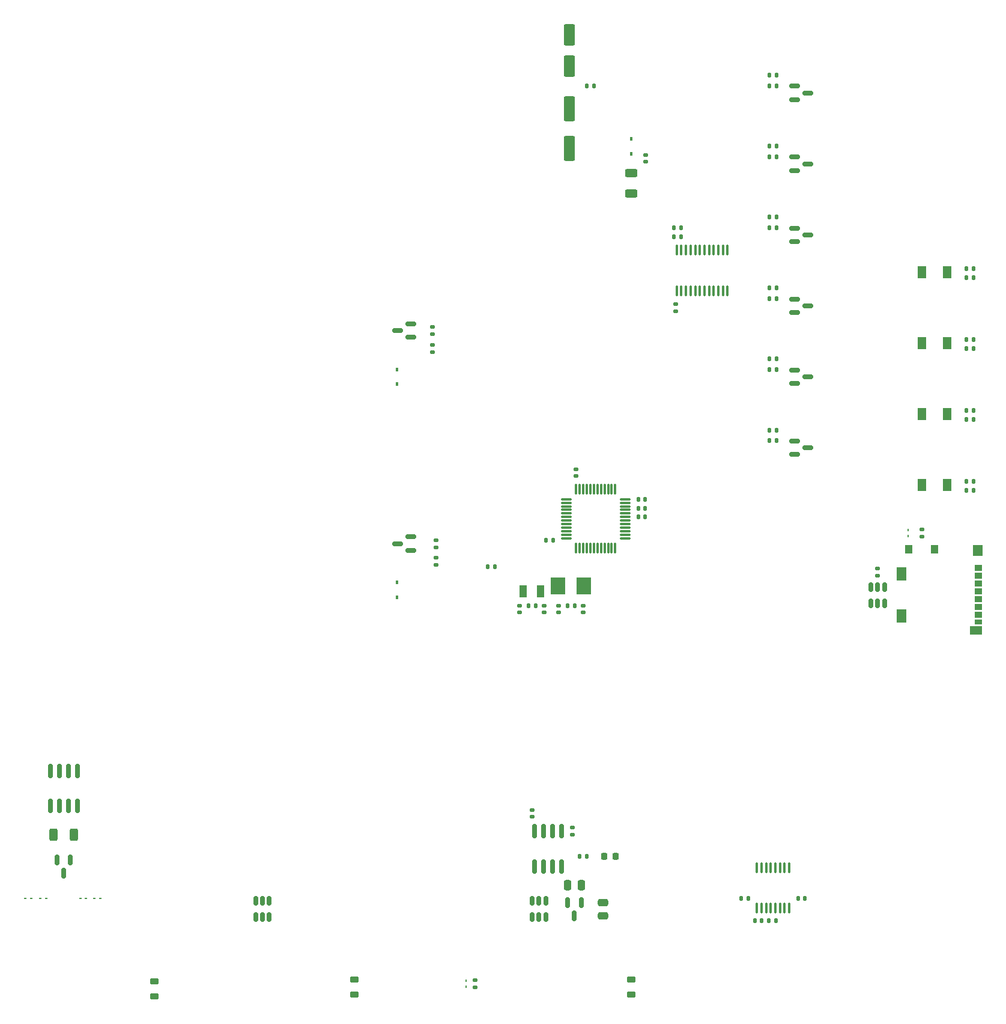
<source format=gbr>
%TF.GenerationSoftware,KiCad,Pcbnew,6.0.5+dfsg-1~bpo11+1*%
%TF.CreationDate,2023-01-20T09:08:56+00:00*%
%TF.ProjectId,nascontrol,6e617363-6f6e-4747-926f-6c2e6b696361,0.1*%
%TF.SameCoordinates,Original*%
%TF.FileFunction,Paste,Top*%
%TF.FilePolarity,Positive*%
%FSLAX46Y46*%
G04 Gerber Fmt 4.6, Leading zero omitted, Abs format (unit mm)*
G04 Created by KiCad (PCBNEW 6.0.5+dfsg-1~bpo11+1) date 2023-01-20 09:08:56*
%MOMM*%
%LPD*%
G01*
G04 APERTURE LIST*
G04 Aperture macros list*
%AMRoundRect*
0 Rectangle with rounded corners*
0 $1 Rounding radius*
0 $2 $3 $4 $5 $6 $7 $8 $9 X,Y pos of 4 corners*
0 Add a 4 corners polygon primitive as box body*
4,1,4,$2,$3,$4,$5,$6,$7,$8,$9,$2,$3,0*
0 Add four circle primitives for the rounded corners*
1,1,$1+$1,$2,$3*
1,1,$1+$1,$4,$5*
1,1,$1+$1,$6,$7*
1,1,$1+$1,$8,$9*
0 Add four rect primitives between the rounded corners*
20,1,$1+$1,$2,$3,$4,$5,0*
20,1,$1+$1,$4,$5,$6,$7,0*
20,1,$1+$1,$6,$7,$8,$9,0*
20,1,$1+$1,$8,$9,$2,$3,0*%
G04 Aperture macros list end*
%ADD10RoundRect,0.135000X0.135000X0.185000X-0.135000X0.185000X-0.135000X-0.185000X0.135000X-0.185000X0*%
%ADD11RoundRect,0.150000X-0.587500X-0.150000X0.587500X-0.150000X0.587500X0.150000X-0.587500X0.150000X0*%
%ADD12RoundRect,0.135000X-0.185000X0.135000X-0.185000X-0.135000X0.185000X-0.135000X0.185000X0.135000X0*%
%ADD13R,1.300000X1.700000*%
%ADD14R,0.450000X0.600000*%
%ADD15R,0.250000X0.360000*%
%ADD16RoundRect,0.140000X0.170000X-0.140000X0.170000X0.140000X-0.170000X0.140000X-0.170000X-0.140000X0*%
%ADD17RoundRect,0.250000X0.550000X-1.250000X0.550000X1.250000X-0.550000X1.250000X-0.550000X-1.250000X0*%
%ADD18RoundRect,0.140000X0.140000X0.170000X-0.140000X0.170000X-0.140000X-0.170000X0.140000X-0.170000X0*%
%ADD19RoundRect,0.135000X-0.135000X-0.185000X0.135000X-0.185000X0.135000X0.185000X-0.135000X0.185000X0*%
%ADD20RoundRect,0.140000X-0.140000X-0.170000X0.140000X-0.170000X0.140000X0.170000X-0.140000X0.170000X0*%
%ADD21RoundRect,0.250000X0.475000X-0.250000X0.475000X0.250000X-0.475000X0.250000X-0.475000X-0.250000X0*%
%ADD22R,2.000000X2.400000*%
%ADD23RoundRect,0.150000X0.150000X-0.825000X0.150000X0.825000X-0.150000X0.825000X-0.150000X-0.825000X0*%
%ADD24RoundRect,0.150000X-0.150000X0.825000X-0.150000X-0.825000X0.150000X-0.825000X0.150000X0.825000X0*%
%ADD25R,1.100000X0.850000*%
%ADD26R,1.100000X0.750000*%
%ADD27R,1.000000X1.200000*%
%ADD28R,1.350000X1.900000*%
%ADD29R,1.350000X1.550000*%
%ADD30R,1.800000X1.170000*%
%ADD31RoundRect,0.100000X0.100000X-0.637500X0.100000X0.637500X-0.100000X0.637500X-0.100000X-0.637500X0*%
%ADD32RoundRect,0.135000X0.185000X-0.135000X0.185000X0.135000X-0.185000X0.135000X-0.185000X-0.135000X0*%
%ADD33RoundRect,0.150000X-0.150000X0.512500X-0.150000X-0.512500X0.150000X-0.512500X0.150000X0.512500X0*%
%ADD34RoundRect,0.150000X0.587500X0.150000X-0.587500X0.150000X-0.587500X-0.150000X0.587500X-0.150000X0*%
%ADD35RoundRect,0.150000X0.150000X-0.512500X0.150000X0.512500X-0.150000X0.512500X-0.150000X-0.512500X0*%
%ADD36RoundRect,0.150000X-0.150000X0.587500X-0.150000X-0.587500X0.150000X-0.587500X0.150000X0.587500X0*%
%ADD37RoundRect,0.250000X-0.312500X-0.625000X0.312500X-0.625000X0.312500X0.625000X-0.312500X0.625000X0*%
%ADD38RoundRect,0.140000X-0.170000X0.140000X-0.170000X-0.140000X0.170000X-0.140000X0.170000X0.140000X0*%
%ADD39RoundRect,0.218750X0.381250X-0.218750X0.381250X0.218750X-0.381250X0.218750X-0.381250X-0.218750X0*%
%ADD40RoundRect,0.075000X0.075000X-0.662500X0.075000X0.662500X-0.075000X0.662500X-0.075000X-0.662500X0*%
%ADD41RoundRect,0.075000X0.662500X-0.075000X0.662500X0.075000X-0.662500X0.075000X-0.662500X-0.075000X0*%
%ADD42R,1.000000X1.800000*%
%ADD43RoundRect,0.250000X-0.625000X0.312500X-0.625000X-0.312500X0.625000X-0.312500X0.625000X0.312500X0*%
%ADD44RoundRect,0.218750X0.218750X0.256250X-0.218750X0.256250X-0.218750X-0.256250X0.218750X-0.256250X0*%
%ADD45R,0.360000X0.250000*%
%ADD46RoundRect,0.250000X-0.550000X1.500000X-0.550000X-1.500000X0.550000X-1.500000X0.550000X1.500000X0*%
%ADD47RoundRect,0.250000X-0.250000X-0.475000X0.250000X-0.475000X0.250000X0.475000X-0.250000X0.475000X0*%
G04 APERTURE END LIST*
D10*
%TO.C,R303*%
X140510000Y-89000000D03*
X139490000Y-89000000D03*
%TD*%
D11*
%TO.C,Q301*%
X143062500Y-109050000D03*
X143062500Y-110950000D03*
X144937500Y-110000000D03*
%TD*%
D12*
%TO.C,R503*%
X92500000Y-125490000D03*
X92500000Y-126510000D03*
%TD*%
D13*
%TO.C,D301*%
X164500000Y-115250000D03*
X161000000Y-115250000D03*
%TD*%
D10*
%TO.C,R301*%
X140510000Y-109000000D03*
X139490000Y-109000000D03*
%TD*%
D11*
%TO.C,Q305*%
X143062500Y-69050000D03*
X143062500Y-70950000D03*
X144937500Y-70000000D03*
%TD*%
D13*
%TO.C,D302*%
X164500000Y-105250000D03*
X161000000Y-105250000D03*
%TD*%
D14*
%TO.C,D201*%
X120000000Y-68550000D03*
X120000000Y-66450000D03*
%TD*%
D15*
%TO.C,D206*%
X159050000Y-121580000D03*
X159050000Y-122420000D03*
%TD*%
D16*
%TO.C,C212*%
X113250000Y-133230000D03*
X113250000Y-132270000D03*
%TD*%
D10*
%TO.C,R312*%
X168260000Y-84750000D03*
X167240000Y-84750000D03*
%TD*%
D17*
%TO.C,C501*%
X111250000Y-56240000D03*
X111250000Y-51840000D03*
%TD*%
D15*
%TO.C,D207*%
X96750000Y-185920000D03*
X96750000Y-185080000D03*
%TD*%
D11*
%TO.C,Q304*%
X143062500Y-79050000D03*
X143062500Y-80950000D03*
X144937500Y-80000000D03*
%TD*%
D18*
%TO.C,C408*%
X144480000Y-173500000D03*
X143520000Y-173500000D03*
%TD*%
D11*
%TO.C,Q302*%
X143062500Y-99050000D03*
X143062500Y-100950000D03*
X144937500Y-100000000D03*
%TD*%
D19*
%TO.C,R314*%
X167230000Y-106000000D03*
X168250000Y-106000000D03*
%TD*%
D20*
%TO.C,C209*%
X121000000Y-119750000D03*
X121960000Y-119750000D03*
%TD*%
%TO.C,C503*%
X113770000Y-59040000D03*
X114730000Y-59040000D03*
%TD*%
D10*
%TO.C,R320*%
X140510000Y-69000000D03*
X139490000Y-69000000D03*
%TD*%
D19*
%TO.C,R315*%
X167240000Y-96000000D03*
X168260000Y-96000000D03*
%TD*%
D16*
%TO.C,C213*%
X104250000Y-133230000D03*
X104250000Y-132270000D03*
%TD*%
D11*
%TO.C,Q306*%
X143062500Y-59050000D03*
X143062500Y-60950000D03*
X144937500Y-60000000D03*
%TD*%
D21*
%TO.C,C401*%
X116000000Y-175950000D03*
X116000000Y-174050000D03*
%TD*%
D10*
%TO.C,R202*%
X100760000Y-126750000D03*
X99740000Y-126750000D03*
%TD*%
D22*
%TO.C,Y201*%
X113350000Y-129500000D03*
X109650000Y-129500000D03*
%TD*%
D19*
%TO.C,R401*%
X112690000Y-167600000D03*
X113710000Y-167600000D03*
%TD*%
D20*
%TO.C,C207*%
X121020000Y-118500000D03*
X121980000Y-118500000D03*
%TD*%
D10*
%TO.C,R310*%
X168260000Y-104750000D03*
X167240000Y-104750000D03*
%TD*%
D23*
%TO.C,U403*%
X106345000Y-168975000D03*
X107615000Y-168975000D03*
X108885000Y-168975000D03*
X110155000Y-168975000D03*
X110155000Y-164025000D03*
X108885000Y-164025000D03*
X107615000Y-164025000D03*
X106345000Y-164025000D03*
%TD*%
D13*
%TO.C,D304*%
X164500000Y-85250000D03*
X161000000Y-85250000D03*
%TD*%
D10*
%TO.C,R323*%
X140510000Y-57500000D03*
X139490000Y-57500000D03*
%TD*%
D24*
%TO.C,U402*%
X41905000Y-155525000D03*
X40635000Y-155525000D03*
X39365000Y-155525000D03*
X38095000Y-155525000D03*
X38095000Y-160475000D03*
X39365000Y-160475000D03*
X40635000Y-160475000D03*
X41905000Y-160475000D03*
%TD*%
D10*
%TO.C,R306*%
X140510000Y-97500000D03*
X139490000Y-97500000D03*
%TD*%
%TO.C,R309*%
X168260000Y-114750000D03*
X167240000Y-114750000D03*
%TD*%
D25*
%TO.C,J201*%
X168950000Y-126895000D03*
X168950000Y-127995000D03*
X168950000Y-129095000D03*
X168950000Y-130195000D03*
X168950000Y-131295000D03*
X168950000Y-132395000D03*
X168950000Y-133495000D03*
D26*
X168950000Y-134545000D03*
D27*
X162800000Y-124260000D03*
X159100000Y-124260000D03*
D28*
X158125000Y-133730000D03*
X158125000Y-127760000D03*
D29*
X168825000Y-124435000D03*
D30*
X168600000Y-135755000D03*
%TD*%
D31*
%TO.C,U405*%
X137725000Y-174862500D03*
X138375000Y-174862500D03*
X139025000Y-174862500D03*
X139675000Y-174862500D03*
X140325000Y-174862500D03*
X140975000Y-174862500D03*
X141625000Y-174862500D03*
X142275000Y-174862500D03*
X142275000Y-169137500D03*
X141625000Y-169137500D03*
X140975000Y-169137500D03*
X140325000Y-169137500D03*
X139675000Y-169137500D03*
X139025000Y-169137500D03*
X138375000Y-169137500D03*
X137725000Y-169137500D03*
%TD*%
D32*
%TO.C,R317*%
X126250000Y-90760000D03*
X126250000Y-89740000D03*
%TD*%
D10*
%TO.C,R302*%
X140510000Y-99000000D03*
X139490000Y-99000000D03*
%TD*%
D33*
%TO.C,U101*%
X68950000Y-173862500D03*
X68000000Y-173862500D03*
X67050000Y-173862500D03*
X67050000Y-176137500D03*
X68000000Y-176137500D03*
X68950000Y-176137500D03*
%TD*%
D20*
%TO.C,C406*%
X137420000Y-176600000D03*
X138380000Y-176600000D03*
%TD*%
D16*
%TO.C,C403*%
X111750000Y-164480000D03*
X111750000Y-163520000D03*
%TD*%
%TO.C,C404*%
X106000000Y-161980000D03*
X106000000Y-161020000D03*
%TD*%
D18*
%TO.C,C208*%
X108980000Y-123000000D03*
X108020000Y-123000000D03*
%TD*%
D34*
%TO.C,Q502*%
X88937500Y-124450000D03*
X88937500Y-122550000D03*
X87062500Y-123500000D03*
%TD*%
D35*
%TO.C,U202*%
X153800000Y-131887500D03*
X154750000Y-131887500D03*
X155700000Y-131887500D03*
X155700000Y-129612500D03*
X154750000Y-129612500D03*
X153800000Y-129612500D03*
%TD*%
D36*
%TO.C,U401*%
X112950000Y-174062500D03*
X111050000Y-174062500D03*
X112000000Y-175937500D03*
%TD*%
D37*
%TO.C,R402*%
X38537500Y-164500000D03*
X41462500Y-164500000D03*
%TD*%
D10*
%TO.C,R308*%
X140510000Y-77500000D03*
X139490000Y-77500000D03*
%TD*%
D12*
%TO.C,R501*%
X92000000Y-95490000D03*
X92000000Y-96510000D03*
%TD*%
D10*
%TO.C,R322*%
X140510000Y-67500000D03*
X139490000Y-67500000D03*
%TD*%
D13*
%TO.C,D303*%
X164500000Y-95250000D03*
X161000000Y-95250000D03*
%TD*%
D10*
%TO.C,R321*%
X140510000Y-59000000D03*
X139490000Y-59000000D03*
%TD*%
D31*
%TO.C,U301*%
X126425000Y-87862500D03*
X127075000Y-87862500D03*
X127725000Y-87862500D03*
X128375000Y-87862500D03*
X129025000Y-87862500D03*
X129675000Y-87862500D03*
X130325000Y-87862500D03*
X130975000Y-87862500D03*
X131625000Y-87862500D03*
X132275000Y-87862500D03*
X132925000Y-87862500D03*
X133575000Y-87862500D03*
X133575000Y-82137500D03*
X132925000Y-82137500D03*
X132275000Y-82137500D03*
X131625000Y-82137500D03*
X130975000Y-82137500D03*
X130325000Y-82137500D03*
X129675000Y-82137500D03*
X129025000Y-82137500D03*
X128375000Y-82137500D03*
X127725000Y-82137500D03*
X127075000Y-82137500D03*
X126425000Y-82137500D03*
%TD*%
D38*
%TO.C,C201*%
X122000000Y-68770000D03*
X122000000Y-69730000D03*
%TD*%
D16*
%TO.C,C214*%
X107750000Y-133230000D03*
X107750000Y-132270000D03*
%TD*%
D19*
%TO.C,R318*%
X125990000Y-80250000D03*
X127010000Y-80250000D03*
%TD*%
D34*
%TO.C,Q501*%
X88937500Y-94450000D03*
X88937500Y-92550000D03*
X87062500Y-93500000D03*
%TD*%
D39*
%TO.C,FB102*%
X52750000Y-187312500D03*
X52750000Y-185187500D03*
%TD*%
D40*
%TO.C,U201*%
X112250000Y-124162500D03*
X112750000Y-124162500D03*
X113250000Y-124162500D03*
X113750000Y-124162500D03*
X114250000Y-124162500D03*
X114750000Y-124162500D03*
X115250000Y-124162500D03*
X115750000Y-124162500D03*
X116250000Y-124162500D03*
X116750000Y-124162500D03*
X117250000Y-124162500D03*
X117750000Y-124162500D03*
D41*
X119162500Y-122750000D03*
X119162500Y-122250000D03*
X119162500Y-121750000D03*
X119162500Y-121250000D03*
X119162500Y-120750000D03*
X119162500Y-120250000D03*
X119162500Y-119750000D03*
X119162500Y-119250000D03*
X119162500Y-118750000D03*
X119162500Y-118250000D03*
X119162500Y-117750000D03*
X119162500Y-117250000D03*
D40*
X117750000Y-115837500D03*
X117250000Y-115837500D03*
X116750000Y-115837500D03*
X116250000Y-115837500D03*
X115750000Y-115837500D03*
X115250000Y-115837500D03*
X114750000Y-115837500D03*
X114250000Y-115837500D03*
X113750000Y-115837500D03*
X113250000Y-115837500D03*
X112750000Y-115837500D03*
X112250000Y-115837500D03*
D41*
X110837500Y-117250000D03*
X110837500Y-117750000D03*
X110837500Y-118250000D03*
X110837500Y-118750000D03*
X110837500Y-119250000D03*
X110837500Y-119750000D03*
X110837500Y-120250000D03*
X110837500Y-120750000D03*
X110837500Y-121250000D03*
X110837500Y-121750000D03*
X110837500Y-122250000D03*
X110837500Y-122750000D03*
%TD*%
D36*
%TO.C,D402*%
X40950000Y-168062500D03*
X39050000Y-168062500D03*
X40000000Y-169937500D03*
%TD*%
D19*
%TO.C,R313*%
X167240000Y-116000000D03*
X168260000Y-116000000D03*
%TD*%
D10*
%TO.C,R305*%
X140510000Y-107500000D03*
X139490000Y-107500000D03*
%TD*%
D20*
%TO.C,C405*%
X139420000Y-176600000D03*
X140380000Y-176600000D03*
%TD*%
D19*
%TO.C,R319*%
X125990000Y-79000000D03*
X127010000Y-79000000D03*
%TD*%
D10*
%TO.C,R307*%
X140510000Y-87500000D03*
X139490000Y-87500000D03*
%TD*%
D39*
%TO.C,FB101*%
X81000000Y-187062500D03*
X81000000Y-184937500D03*
%TD*%
D16*
%TO.C,C211*%
X109750000Y-133230000D03*
X109750000Y-132270000D03*
%TD*%
D32*
%TO.C,R205*%
X154750000Y-128010000D03*
X154750000Y-126990000D03*
%TD*%
D42*
%TO.C,Y202*%
X107250000Y-130250000D03*
X104750000Y-130250000D03*
%TD*%
D11*
%TO.C,Q303*%
X143062500Y-89050000D03*
X143062500Y-90950000D03*
X144937500Y-90000000D03*
%TD*%
D19*
%TO.C,R316*%
X167240000Y-86000000D03*
X168260000Y-86000000D03*
%TD*%
D16*
%TO.C,C205*%
X112250000Y-113980000D03*
X112250000Y-113020000D03*
%TD*%
D10*
%TO.C,R311*%
X168260000Y-94750000D03*
X167240000Y-94750000D03*
%TD*%
D39*
%TO.C,FB401*%
X120000000Y-187062500D03*
X120000000Y-184937500D03*
%TD*%
D43*
%TO.C,R201*%
X120000000Y-71287500D03*
X120000000Y-74212500D03*
%TD*%
D33*
%TO.C,U404*%
X107950000Y-173862500D03*
X107000000Y-173862500D03*
X106050000Y-173862500D03*
X106050000Y-176137500D03*
X107000000Y-176137500D03*
X107950000Y-176137500D03*
%TD*%
D44*
%TO.C,D401*%
X117787500Y-167600000D03*
X116212500Y-167600000D03*
%TD*%
D20*
%TO.C,C206*%
X121020000Y-117250000D03*
X121980000Y-117250000D03*
%TD*%
D32*
%TO.C,R504*%
X92500000Y-124010000D03*
X92500000Y-122990000D03*
%TD*%
%TO.C,R502*%
X92000000Y-94010000D03*
X92000000Y-92990000D03*
%TD*%
D16*
%TO.C,C210*%
X161000000Y-122480000D03*
X161000000Y-121520000D03*
%TD*%
D45*
%TO.C,D203*%
X42330000Y-173500000D03*
X43170000Y-173500000D03*
%TD*%
%TO.C,D204*%
X37500000Y-173500000D03*
X36660000Y-173500000D03*
%TD*%
%TO.C,D202*%
X45170000Y-173500000D03*
X44330000Y-173500000D03*
%TD*%
D19*
%TO.C,R203*%
X110990000Y-132250000D03*
X112010000Y-132250000D03*
%TD*%
D45*
%TO.C,D205*%
X34580000Y-173500000D03*
X35420000Y-173500000D03*
%TD*%
D38*
%TO.C,C215*%
X98000000Y-185020000D03*
X98000000Y-185980000D03*
%TD*%
D46*
%TO.C,C502*%
X111250000Y-62240000D03*
X111250000Y-67840000D03*
%TD*%
D10*
%TO.C,R304*%
X140510000Y-79000000D03*
X139490000Y-79000000D03*
%TD*%
D14*
%TO.C,D502*%
X87000000Y-131050000D03*
X87000000Y-128950000D03*
%TD*%
D20*
%TO.C,C407*%
X135520000Y-173500000D03*
X136480000Y-173500000D03*
%TD*%
D19*
%TO.C,R204*%
X105490000Y-132250000D03*
X106510000Y-132250000D03*
%TD*%
D47*
%TO.C,C402*%
X111050000Y-171600000D03*
X112950000Y-171600000D03*
%TD*%
D14*
%TO.C,D501*%
X87000000Y-101050000D03*
X87000000Y-98950000D03*
%TD*%
M02*

</source>
